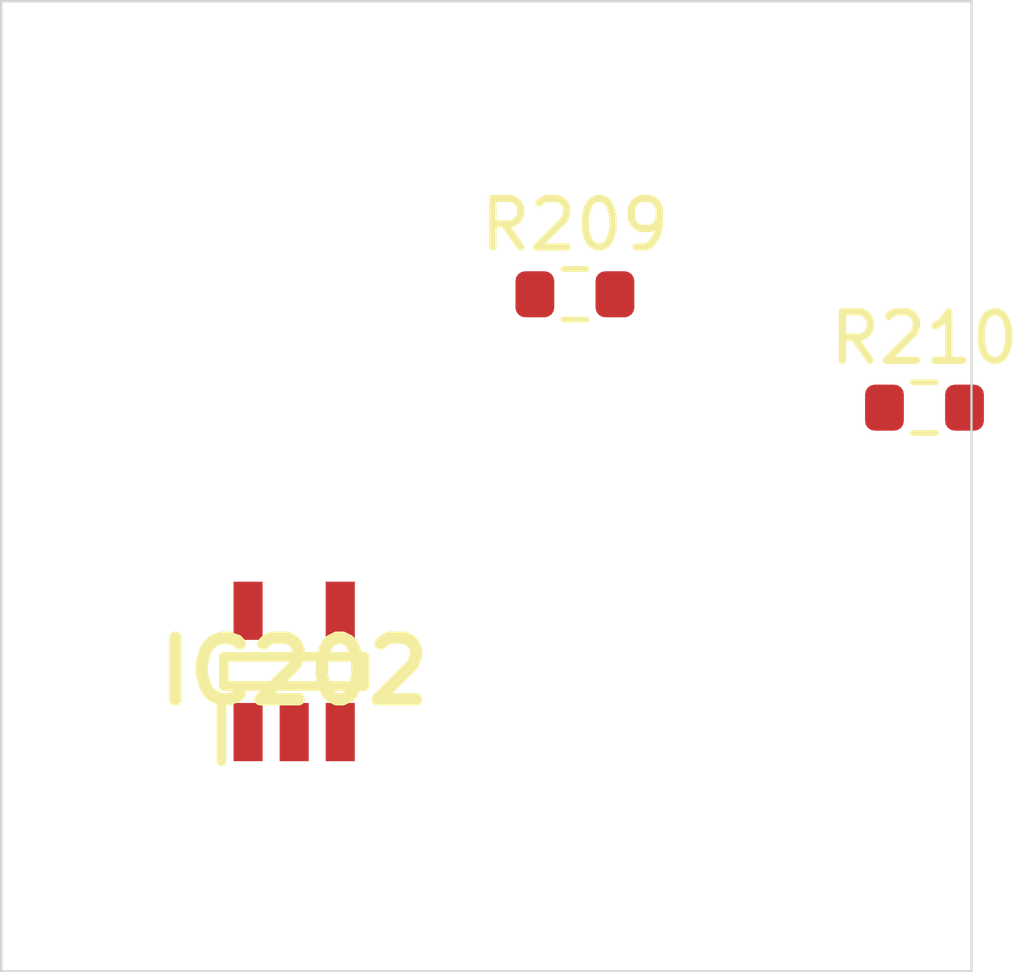
<source format=kicad_pcb>
 ( kicad_pcb  ( version 20171130 )
 ( host pcbnew 5.1.12-84ad8e8a86~92~ubuntu18.04.1 )
 ( general  ( thickness 1.6 )
 ( drawings 4 )
 ( tracks 0 )
 ( zones 0 )
 ( modules 3 )
 ( nets 5 )
)
 ( page A4 )
 ( layers  ( 0 F.Cu signal )
 ( 31 B.Cu signal )
 ( 32 B.Adhes user )
 ( 33 F.Adhes user )
 ( 34 B.Paste user )
 ( 35 F.Paste user )
 ( 36 B.SilkS user )
 ( 37 F.SilkS user )
 ( 38 B.Mask user )
 ( 39 F.Mask user )
 ( 40 Dwgs.User user )
 ( 41 Cmts.User user )
 ( 42 Eco1.User user )
 ( 43 Eco2.User user )
 ( 44 Edge.Cuts user )
 ( 45 Margin user )
 ( 46 B.CrtYd user )
 ( 47 F.CrtYd user )
 ( 48 B.Fab user )
 ( 49 F.Fab user )
)
 ( setup  ( last_trace_width 0.25 )
 ( trace_clearance 0.2 )
 ( zone_clearance 0.508 )
 ( zone_45_only no )
 ( trace_min 0.2 )
 ( via_size 0.8 )
 ( via_drill 0.4 )
 ( via_min_size 0.4 )
 ( via_min_drill 0.3 )
 ( uvia_size 0.3 )
 ( uvia_drill 0.1 )
 ( uvias_allowed no )
 ( uvia_min_size 0.2 )
 ( uvia_min_drill 0.1 )
 ( edge_width 0.05 )
 ( segment_width 0.2 )
 ( pcb_text_width 0.3 )
 ( pcb_text_size 1.5 1.5 )
 ( mod_edge_width 0.12 )
 ( mod_text_size 1 1 )
 ( mod_text_width 0.15 )
 ( pad_size 1.524 1.524 )
 ( pad_drill 0.762 )
 ( pad_to_mask_clearance 0 )
 ( aux_axis_origin 0 0 )
 ( visible_elements FFFFFF7F )
 ( pcbplotparams  ( layerselection 0x010fc_ffffffff )
 ( usegerberextensions false )
 ( usegerberattributes true )
 ( usegerberadvancedattributes true )
 ( creategerberjobfile true )
 ( excludeedgelayer true )
 ( linewidth 0.100000 )
 ( plotframeref false )
 ( viasonmask false )
 ( mode 1 )
 ( useauxorigin false )
 ( hpglpennumber 1 )
 ( hpglpenspeed 20 )
 ( hpglpendiameter 15.000000 )
 ( psnegative false )
 ( psa4output false )
 ( plotreference true )
 ( plotvalue true )
 ( plotinvisibletext false )
 ( padsonsilk false )
 ( subtractmaskfromsilk false )
 ( outputformat 1 )
 ( mirror false )
 ( drillshape 1 )
 ( scaleselection 1 )
 ( outputdirectory "" )
)
)
 ( net 0 "" )
 ( net 1 GND )
 ( net 2 VDDA )
 ( net 3 /Sheet6235D886/vp )
 ( net 4 "Net-(IC202-Pad3)" )
 ( net_class Default "This is the default net class."  ( clearance 0.2 )
 ( trace_width 0.25 )
 ( via_dia 0.8 )
 ( via_drill 0.4 )
 ( uvia_dia 0.3 )
 ( uvia_drill 0.1 )
 ( add_net /Sheet6235D886/vp )
 ( add_net GND )
 ( add_net "Net-(IC202-Pad3)" )
 ( add_net VDDA )
)
 ( module SOT95P280X145-5N locked  ( layer F.Cu )
 ( tedit 62336ED7 )
 ( tstamp 623423ED )
 ( at 86.038900 113.815000 90.000000 )
 ( descr DBV0005A )
 ( tags "Integrated Circuit" )
 ( path /6235D887/6266C08E )
 ( attr smd )
 ( fp_text reference IC202  ( at 0 0 )
 ( layer F.SilkS )
 ( effects  ( font  ( size 1.27 1.27 )
 ( thickness 0.254 )
)
)
)
 ( fp_text value TL071HIDBVR  ( at 0 0 )
 ( layer F.SilkS )
hide  ( effects  ( font  ( size 1.27 1.27 )
 ( thickness 0.254 )
)
)
)
 ( fp_line  ( start -1.85 -1.5 )
 ( end -0.65 -1.5 )
 ( layer F.SilkS )
 ( width 0.2 )
)
 ( fp_line  ( start -0.3 1.45 )
 ( end -0.3 -1.45 )
 ( layer F.SilkS )
 ( width 0.2 )
)
 ( fp_line  ( start 0.3 1.45 )
 ( end -0.3 1.45 )
 ( layer F.SilkS )
 ( width 0.2 )
)
 ( fp_line  ( start 0.3 -1.45 )
 ( end 0.3 1.45 )
 ( layer F.SilkS )
 ( width 0.2 )
)
 ( fp_line  ( start -0.3 -1.45 )
 ( end 0.3 -1.45 )
 ( layer F.SilkS )
 ( width 0.2 )
)
 ( fp_line  ( start -0.8 -0.5 )
 ( end 0.15 -1.45 )
 ( layer Dwgs.User )
 ( width 0.1 )
)
 ( fp_line  ( start -0.8 1.45 )
 ( end -0.8 -1.45 )
 ( layer Dwgs.User )
 ( width 0.1 )
)
 ( fp_line  ( start 0.8 1.45 )
 ( end -0.8 1.45 )
 ( layer Dwgs.User )
 ( width 0.1 )
)
 ( fp_line  ( start 0.8 -1.45 )
 ( end 0.8 1.45 )
 ( layer Dwgs.User )
 ( width 0.1 )
)
 ( fp_line  ( start -0.8 -1.45 )
 ( end 0.8 -1.45 )
 ( layer Dwgs.User )
 ( width 0.1 )
)
 ( fp_line  ( start -2.1 1.775 )
 ( end -2.1 -1.775 )
 ( layer Dwgs.User )
 ( width 0.05 )
)
 ( fp_line  ( start 2.1 1.775 )
 ( end -2.1 1.775 )
 ( layer Dwgs.User )
 ( width 0.05 )
)
 ( fp_line  ( start 2.1 -1.775 )
 ( end 2.1 1.775 )
 ( layer Dwgs.User )
 ( width 0.05 )
)
 ( fp_line  ( start -2.1 -1.775 )
 ( end 2.1 -1.775 )
 ( layer Dwgs.User )
 ( width 0.05 )
)
 ( pad 1 smd rect  ( at -1.25 -0.95 180.000000 )
 ( size 0.6 1.2 )
 ( layers F.Cu F.Mask F.Paste )
 ( net 3 /Sheet6235D886/vp )
)
 ( pad 2 smd rect  ( at -1.25 0 180.000000 )
 ( size 0.6 1.2 )
 ( layers F.Cu F.Mask F.Paste )
 ( net 1 GND )
)
 ( pad 3 smd rect  ( at -1.25 0.95 180.000000 )
 ( size 0.6 1.2 )
 ( layers F.Cu F.Mask F.Paste )
 ( net 4 "Net-(IC202-Pad3)" )
)
 ( pad 4 smd rect  ( at 1.25 0.95 180.000000 )
 ( size 0.6 1.2 )
 ( layers F.Cu F.Mask F.Paste )
 ( net 3 /Sheet6235D886/vp )
)
 ( pad 5 smd rect  ( at 1.25 -0.95 180.000000 )
 ( size 0.6 1.2 )
 ( layers F.Cu F.Mask F.Paste )
 ( net 2 VDDA )
)
)
 ( module Resistor_SMD:R_0603_1608Metric  ( layer F.Cu )
 ( tedit 5F68FEEE )
 ( tstamp 62342595 )
 ( at 91.824900 106.041000 )
 ( descr "Resistor SMD 0603 (1608 Metric), square (rectangular) end terminal, IPC_7351 nominal, (Body size source: IPC-SM-782 page 72, https://www.pcb-3d.com/wordpress/wp-content/uploads/ipc-sm-782a_amendment_1_and_2.pdf), generated with kicad-footprint-generator" )
 ( tags resistor )
 ( path /6235D887/623CDBD9 )
 ( attr smd )
 ( fp_text reference R209  ( at 0 -1.43 )
 ( layer F.SilkS )
 ( effects  ( font  ( size 1 1 )
 ( thickness 0.15 )
)
)
)
 ( fp_text value 100k  ( at 0 1.43 )
 ( layer F.Fab )
 ( effects  ( font  ( size 1 1 )
 ( thickness 0.15 )
)
)
)
 ( fp_line  ( start -0.8 0.4125 )
 ( end -0.8 -0.4125 )
 ( layer F.Fab )
 ( width 0.1 )
)
 ( fp_line  ( start -0.8 -0.4125 )
 ( end 0.8 -0.4125 )
 ( layer F.Fab )
 ( width 0.1 )
)
 ( fp_line  ( start 0.8 -0.4125 )
 ( end 0.8 0.4125 )
 ( layer F.Fab )
 ( width 0.1 )
)
 ( fp_line  ( start 0.8 0.4125 )
 ( end -0.8 0.4125 )
 ( layer F.Fab )
 ( width 0.1 )
)
 ( fp_line  ( start -0.237258 -0.5225 )
 ( end 0.237258 -0.5225 )
 ( layer F.SilkS )
 ( width 0.12 )
)
 ( fp_line  ( start -0.237258 0.5225 )
 ( end 0.237258 0.5225 )
 ( layer F.SilkS )
 ( width 0.12 )
)
 ( fp_line  ( start -1.48 0.73 )
 ( end -1.48 -0.73 )
 ( layer F.CrtYd )
 ( width 0.05 )
)
 ( fp_line  ( start -1.48 -0.73 )
 ( end 1.48 -0.73 )
 ( layer F.CrtYd )
 ( width 0.05 )
)
 ( fp_line  ( start 1.48 -0.73 )
 ( end 1.48 0.73 )
 ( layer F.CrtYd )
 ( width 0.05 )
)
 ( fp_line  ( start 1.48 0.73 )
 ( end -1.48 0.73 )
 ( layer F.CrtYd )
 ( width 0.05 )
)
 ( fp_text user %R  ( at 0 0 )
 ( layer F.Fab )
 ( effects  ( font  ( size 0.4 0.4 )
 ( thickness 0.06 )
)
)
)
 ( pad 1 smd roundrect  ( at -0.825 0 )
 ( size 0.8 0.95 )
 ( layers F.Cu F.Mask F.Paste )
 ( roundrect_rratio 0.25 )
 ( net 2 VDDA )
)
 ( pad 2 smd roundrect  ( at 0.825 0 )
 ( size 0.8 0.95 )
 ( layers F.Cu F.Mask F.Paste )
 ( roundrect_rratio 0.25 )
 ( net 4 "Net-(IC202-Pad3)" )
)
 ( model ${KISYS3DMOD}/Resistor_SMD.3dshapes/R_0603_1608Metric.wrl  ( at  ( xyz 0 0 0 )
)
 ( scale  ( xyz 1 1 1 )
)
 ( rotate  ( xyz 0 0 0 )
)
)
)
 ( module Resistor_SMD:R_0603_1608Metric  ( layer F.Cu )
 ( tedit 5F68FEEE )
 ( tstamp 623425A6 )
 ( at 99.031300 108.378000 )
 ( descr "Resistor SMD 0603 (1608 Metric), square (rectangular) end terminal, IPC_7351 nominal, (Body size source: IPC-SM-782 page 72, https://www.pcb-3d.com/wordpress/wp-content/uploads/ipc-sm-782a_amendment_1_and_2.pdf), generated with kicad-footprint-generator" )
 ( tags resistor )
 ( path /6235D887/623CDBDF )
 ( attr smd )
 ( fp_text reference R210  ( at 0 -1.43 )
 ( layer F.SilkS )
 ( effects  ( font  ( size 1 1 )
 ( thickness 0.15 )
)
)
)
 ( fp_text value 100k  ( at 0 1.43 )
 ( layer F.Fab )
 ( effects  ( font  ( size 1 1 )
 ( thickness 0.15 )
)
)
)
 ( fp_line  ( start 1.48 0.73 )
 ( end -1.48 0.73 )
 ( layer F.CrtYd )
 ( width 0.05 )
)
 ( fp_line  ( start 1.48 -0.73 )
 ( end 1.48 0.73 )
 ( layer F.CrtYd )
 ( width 0.05 )
)
 ( fp_line  ( start -1.48 -0.73 )
 ( end 1.48 -0.73 )
 ( layer F.CrtYd )
 ( width 0.05 )
)
 ( fp_line  ( start -1.48 0.73 )
 ( end -1.48 -0.73 )
 ( layer F.CrtYd )
 ( width 0.05 )
)
 ( fp_line  ( start -0.237258 0.5225 )
 ( end 0.237258 0.5225 )
 ( layer F.SilkS )
 ( width 0.12 )
)
 ( fp_line  ( start -0.237258 -0.5225 )
 ( end 0.237258 -0.5225 )
 ( layer F.SilkS )
 ( width 0.12 )
)
 ( fp_line  ( start 0.8 0.4125 )
 ( end -0.8 0.4125 )
 ( layer F.Fab )
 ( width 0.1 )
)
 ( fp_line  ( start 0.8 -0.4125 )
 ( end 0.8 0.4125 )
 ( layer F.Fab )
 ( width 0.1 )
)
 ( fp_line  ( start -0.8 -0.4125 )
 ( end 0.8 -0.4125 )
 ( layer F.Fab )
 ( width 0.1 )
)
 ( fp_line  ( start -0.8 0.4125 )
 ( end -0.8 -0.4125 )
 ( layer F.Fab )
 ( width 0.1 )
)
 ( fp_text user %R  ( at 0 0 )
 ( layer F.Fab )
 ( effects  ( font  ( size 0.4 0.4 )
 ( thickness 0.06 )
)
)
)
 ( pad 2 smd roundrect  ( at 0.825 0 )
 ( size 0.8 0.95 )
 ( layers F.Cu F.Mask F.Paste )
 ( roundrect_rratio 0.25 )
 ( net 1 GND )
)
 ( pad 1 smd roundrect  ( at -0.825 0 )
 ( size 0.8 0.95 )
 ( layers F.Cu F.Mask F.Paste )
 ( roundrect_rratio 0.25 )
 ( net 4 "Net-(IC202-Pad3)" )
)
 ( model ${KISYS3DMOD}/Resistor_SMD.3dshapes/R_0603_1608Metric.wrl  ( at  ( xyz 0 0 0 )
)
 ( scale  ( xyz 1 1 1 )
)
 ( rotate  ( xyz 0 0 0 )
)
)
)
 ( gr_line  ( start 100 100 )
 ( end 100 120 )
 ( layer Edge.Cuts )
 ( width 0.05 )
 ( tstamp 62E770C4 )
)
 ( gr_line  ( start 80 120 )
 ( end 100 120 )
 ( layer Edge.Cuts )
 ( width 0.05 )
 ( tstamp 62E770C0 )
)
 ( gr_line  ( start 80 100 )
 ( end 100 100 )
 ( layer Edge.Cuts )
 ( width 0.05 )
 ( tstamp 6234110C )
)
 ( gr_line  ( start 80 100 )
 ( end 80 120 )
 ( layer Edge.Cuts )
 ( width 0.05 )
)
)

</source>
